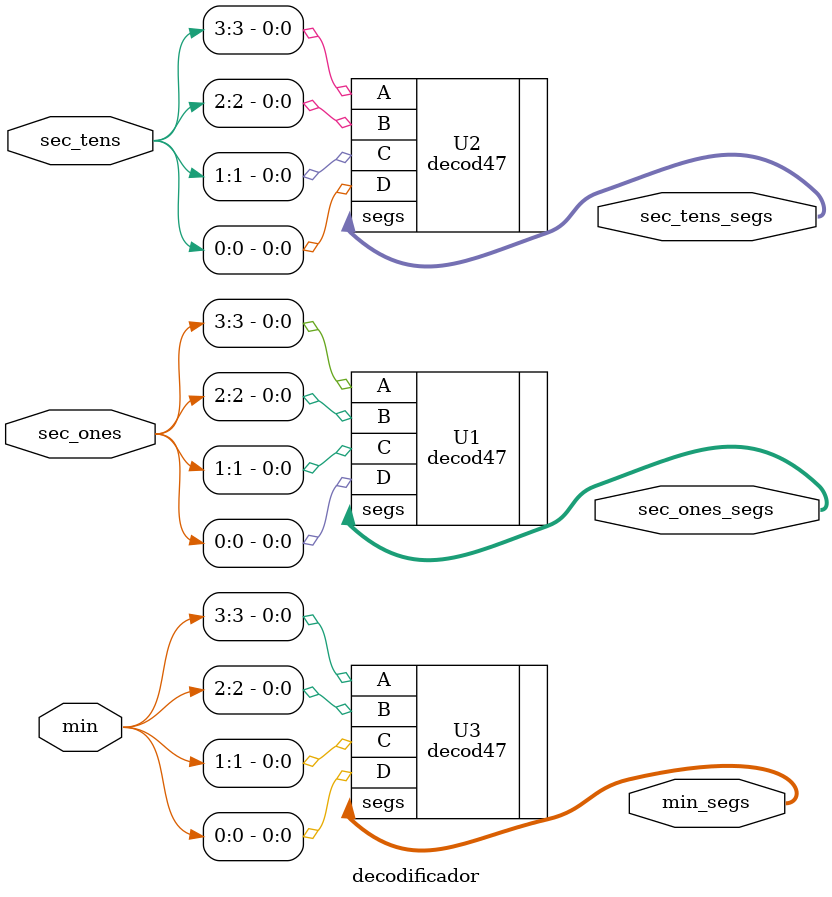
<source format=v>
`include "level2/decodificador/level3/decod47.v"

module decodificador(input  wire [3:0]sec_ones, 
                     input  wire [3:0]sec_tens, 
                     input  wire [3:0]min,
                     output wire [6:0]sec_ones_segs, 
                     output wire [6:0]sec_tens_segs, 
                     output wire [6:0]min_segs);
    decod47 U1 (.A(sec_ones[3]), .B(sec_ones[2]), .C(sec_ones[1]), .D(sec_ones[0]),
                .segs(sec_ones_segs));
    decod47 U2 (.A(sec_tens[3]), .B(sec_tens[2]), .C(sec_tens[1]), .D(sec_tens[0]),
                .segs(sec_tens_segs));
    decod47 U3 (.A(min[3]), .B(min[2]), .C(min[1]), .D(min[0]),
                .segs(min_segs));
endmodule
</source>
